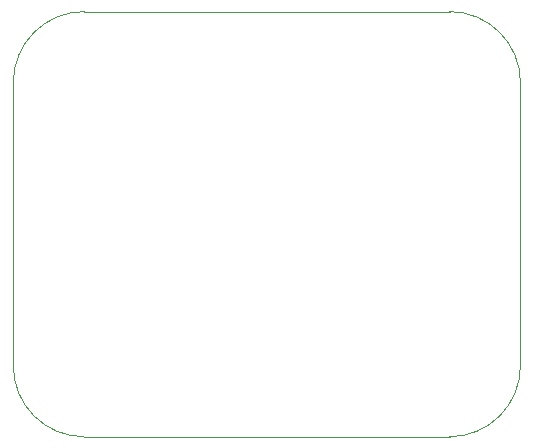
<source format=gm1>
G04 #@! TF.FileFunction,Profile,NP*
%FSLAX46Y46*%
G04 Gerber Fmt 4.6, Leading zero omitted, Abs format (unit mm)*
G04 Created by KiCad (PCBNEW 4.0.1-stable) date 11/25/2016 8:33:30 PM*
%MOMM*%
G01*
G04 APERTURE LIST*
%ADD10C,0.150000*%
%ADD11C,0.100000*%
G04 APERTURE END LIST*
D10*
D11*
X37000000Y-36000000D02*
X6000000Y-36000000D01*
X6000000Y0D02*
X37000000Y0D01*
X42936000Y-6000000D02*
X42936000Y-30000000D01*
X0Y-30000000D02*
X0Y-6000000D01*
X0Y-30000000D02*
G75*
G03X6000000Y-36000000I6000000J0D01*
G01*
X36936000Y-36000000D02*
G75*
G03X42936000Y-30000000I0J6000000D01*
G01*
X42936000Y-6000000D02*
G75*
G03X36936000Y0I-6000000J0D01*
G01*
X6000000Y0D02*
G75*
G03X0Y-6000000I0J-6000000D01*
G01*
M02*

</source>
